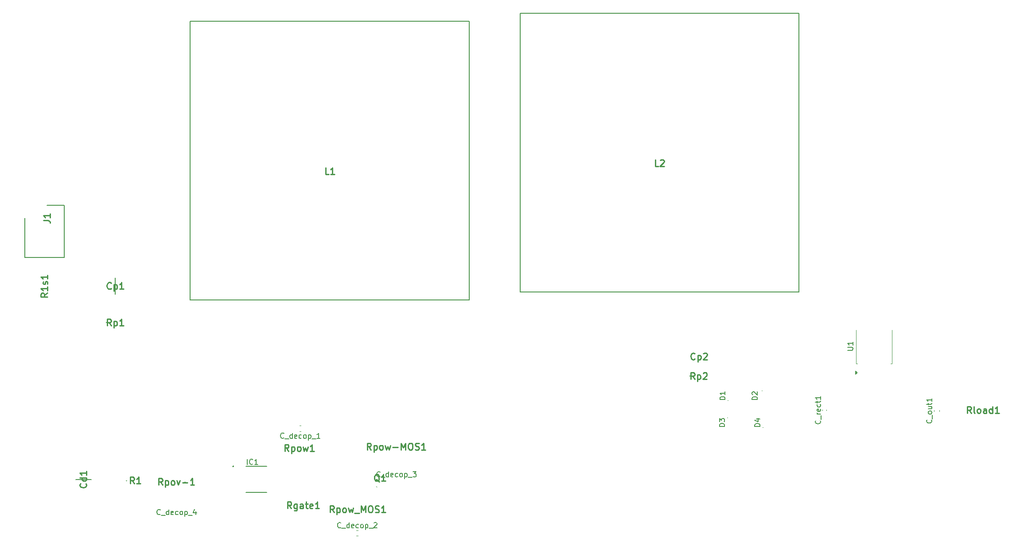
<source format=gbr>
%TF.GenerationSoftware,KiCad,Pcbnew,8.0.7*%
%TF.CreationDate,2025-01-26T19:21:23+01:00*%
%TF.ProjectId,Power device,506f7765-7220-4646-9576-6963652e6b69,rev?*%
%TF.SameCoordinates,Original*%
%TF.FileFunction,Legend,Top*%
%TF.FilePolarity,Positive*%
%FSLAX46Y46*%
G04 Gerber Fmt 4.6, Leading zero omitted, Abs format (unit mm)*
G04 Created by KiCad (PCBNEW 8.0.7) date 2025-01-26 19:21:23*
%MOMM*%
%LPD*%
G01*
G04 APERTURE LIST*
%ADD10C,0.254000*%
%ADD11C,0.150000*%
%ADD12C,0.200000*%
%ADD13C,0.100000*%
%ADD14C,0.120000*%
%ADD15C,0.127000*%
G04 APERTURE END LIST*
D10*
X179213809Y-85824318D02*
X178790475Y-85219556D01*
X178488094Y-85824318D02*
X178488094Y-84554318D01*
X178488094Y-84554318D02*
X178971904Y-84554318D01*
X178971904Y-84554318D02*
X179092856Y-84614794D01*
X179092856Y-84614794D02*
X179153333Y-84675270D01*
X179153333Y-84675270D02*
X179213809Y-84796222D01*
X179213809Y-84796222D02*
X179213809Y-84977651D01*
X179213809Y-84977651D02*
X179153333Y-85098603D01*
X179153333Y-85098603D02*
X179092856Y-85159080D01*
X179092856Y-85159080D02*
X178971904Y-85219556D01*
X178971904Y-85219556D02*
X178488094Y-85219556D01*
X179758094Y-84977651D02*
X179758094Y-86247651D01*
X179758094Y-85038127D02*
X179879047Y-84977651D01*
X179879047Y-84977651D02*
X180120952Y-84977651D01*
X180120952Y-84977651D02*
X180241904Y-85038127D01*
X180241904Y-85038127D02*
X180302380Y-85098603D01*
X180302380Y-85098603D02*
X180362856Y-85219556D01*
X180362856Y-85219556D02*
X180362856Y-85582413D01*
X180362856Y-85582413D02*
X180302380Y-85703365D01*
X180302380Y-85703365D02*
X180241904Y-85763842D01*
X180241904Y-85763842D02*
X180120952Y-85824318D01*
X180120952Y-85824318D02*
X179879047Y-85824318D01*
X179879047Y-85824318D02*
X179758094Y-85763842D01*
X180846666Y-84675270D02*
X180907142Y-84614794D01*
X180907142Y-84614794D02*
X181028095Y-84554318D01*
X181028095Y-84554318D02*
X181330476Y-84554318D01*
X181330476Y-84554318D02*
X181451428Y-84614794D01*
X181451428Y-84614794D02*
X181511904Y-84675270D01*
X181511904Y-84675270D02*
X181572381Y-84796222D01*
X181572381Y-84796222D02*
X181572381Y-84917175D01*
X181572381Y-84917175D02*
X181511904Y-85098603D01*
X181511904Y-85098603D02*
X180786190Y-85824318D01*
X180786190Y-85824318D02*
X181572381Y-85824318D01*
X232057142Y-92324318D02*
X231633808Y-91719556D01*
X231331427Y-92324318D02*
X231331427Y-91054318D01*
X231331427Y-91054318D02*
X231815237Y-91054318D01*
X231815237Y-91054318D02*
X231936189Y-91114794D01*
X231936189Y-91114794D02*
X231996666Y-91175270D01*
X231996666Y-91175270D02*
X232057142Y-91296222D01*
X232057142Y-91296222D02*
X232057142Y-91477651D01*
X232057142Y-91477651D02*
X231996666Y-91598603D01*
X231996666Y-91598603D02*
X231936189Y-91659080D01*
X231936189Y-91659080D02*
X231815237Y-91719556D01*
X231815237Y-91719556D02*
X231331427Y-91719556D01*
X232782856Y-92324318D02*
X232661904Y-92263842D01*
X232661904Y-92263842D02*
X232601427Y-92142889D01*
X232601427Y-92142889D02*
X232601427Y-91054318D01*
X233448094Y-92324318D02*
X233327142Y-92263842D01*
X233327142Y-92263842D02*
X233266665Y-92203365D01*
X233266665Y-92203365D02*
X233206189Y-92082413D01*
X233206189Y-92082413D02*
X233206189Y-91719556D01*
X233206189Y-91719556D02*
X233266665Y-91598603D01*
X233266665Y-91598603D02*
X233327142Y-91538127D01*
X233327142Y-91538127D02*
X233448094Y-91477651D01*
X233448094Y-91477651D02*
X233629523Y-91477651D01*
X233629523Y-91477651D02*
X233750475Y-91538127D01*
X233750475Y-91538127D02*
X233810951Y-91598603D01*
X233810951Y-91598603D02*
X233871427Y-91719556D01*
X233871427Y-91719556D02*
X233871427Y-92082413D01*
X233871427Y-92082413D02*
X233810951Y-92203365D01*
X233810951Y-92203365D02*
X233750475Y-92263842D01*
X233750475Y-92263842D02*
X233629523Y-92324318D01*
X233629523Y-92324318D02*
X233448094Y-92324318D01*
X234959999Y-92324318D02*
X234959999Y-91659080D01*
X234959999Y-91659080D02*
X234899523Y-91538127D01*
X234899523Y-91538127D02*
X234778571Y-91477651D01*
X234778571Y-91477651D02*
X234536666Y-91477651D01*
X234536666Y-91477651D02*
X234415713Y-91538127D01*
X234959999Y-92263842D02*
X234839047Y-92324318D01*
X234839047Y-92324318D02*
X234536666Y-92324318D01*
X234536666Y-92324318D02*
X234415713Y-92263842D01*
X234415713Y-92263842D02*
X234355237Y-92142889D01*
X234355237Y-92142889D02*
X234355237Y-92021937D01*
X234355237Y-92021937D02*
X234415713Y-91900984D01*
X234415713Y-91900984D02*
X234536666Y-91840508D01*
X234536666Y-91840508D02*
X234839047Y-91840508D01*
X234839047Y-91840508D02*
X234959999Y-91780032D01*
X236109047Y-92324318D02*
X236109047Y-91054318D01*
X236109047Y-92263842D02*
X235988095Y-92324318D01*
X235988095Y-92324318D02*
X235746190Y-92324318D01*
X235746190Y-92324318D02*
X235625238Y-92263842D01*
X235625238Y-92263842D02*
X235564761Y-92203365D01*
X235564761Y-92203365D02*
X235504285Y-92082413D01*
X235504285Y-92082413D02*
X235504285Y-91719556D01*
X235504285Y-91719556D02*
X235564761Y-91598603D01*
X235564761Y-91598603D02*
X235625238Y-91538127D01*
X235625238Y-91538127D02*
X235746190Y-91477651D01*
X235746190Y-91477651D02*
X235988095Y-91477651D01*
X235988095Y-91477651D02*
X236109047Y-91538127D01*
X237379048Y-92324318D02*
X236653333Y-92324318D01*
X237016190Y-92324318D02*
X237016190Y-91054318D01*
X237016190Y-91054318D02*
X236895238Y-91235746D01*
X236895238Y-91235746D02*
X236774286Y-91356699D01*
X236774286Y-91356699D02*
X236653333Y-91417175D01*
X62893365Y-105786190D02*
X62953842Y-105846666D01*
X62953842Y-105846666D02*
X63014318Y-106028095D01*
X63014318Y-106028095D02*
X63014318Y-106149047D01*
X63014318Y-106149047D02*
X62953842Y-106330476D01*
X62953842Y-106330476D02*
X62832889Y-106451428D01*
X62832889Y-106451428D02*
X62711937Y-106511905D01*
X62711937Y-106511905D02*
X62470032Y-106572381D01*
X62470032Y-106572381D02*
X62288603Y-106572381D01*
X62288603Y-106572381D02*
X62046699Y-106511905D01*
X62046699Y-106511905D02*
X61925746Y-106451428D01*
X61925746Y-106451428D02*
X61804794Y-106330476D01*
X61804794Y-106330476D02*
X61744318Y-106149047D01*
X61744318Y-106149047D02*
X61744318Y-106028095D01*
X61744318Y-106028095D02*
X61804794Y-105846666D01*
X61804794Y-105846666D02*
X61865270Y-105786190D01*
X63014318Y-104697619D02*
X61744318Y-104697619D01*
X62953842Y-104697619D02*
X63014318Y-104818571D01*
X63014318Y-104818571D02*
X63014318Y-105060476D01*
X63014318Y-105060476D02*
X62953842Y-105181428D01*
X62953842Y-105181428D02*
X62893365Y-105241905D01*
X62893365Y-105241905D02*
X62772413Y-105302381D01*
X62772413Y-105302381D02*
X62409556Y-105302381D01*
X62409556Y-105302381D02*
X62288603Y-105241905D01*
X62288603Y-105241905D02*
X62228127Y-105181428D01*
X62228127Y-105181428D02*
X62167651Y-105060476D01*
X62167651Y-105060476D02*
X62167651Y-104818571D01*
X62167651Y-104818571D02*
X62228127Y-104697619D01*
X63014318Y-103427618D02*
X63014318Y-104153333D01*
X63014318Y-103790476D02*
X61744318Y-103790476D01*
X61744318Y-103790476D02*
X61925746Y-103911428D01*
X61925746Y-103911428D02*
X62046699Y-104032380D01*
X62046699Y-104032380D02*
X62107175Y-104153333D01*
X67713809Y-75574318D02*
X67290475Y-74969556D01*
X66988094Y-75574318D02*
X66988094Y-74304318D01*
X66988094Y-74304318D02*
X67471904Y-74304318D01*
X67471904Y-74304318D02*
X67592856Y-74364794D01*
X67592856Y-74364794D02*
X67653333Y-74425270D01*
X67653333Y-74425270D02*
X67713809Y-74546222D01*
X67713809Y-74546222D02*
X67713809Y-74727651D01*
X67713809Y-74727651D02*
X67653333Y-74848603D01*
X67653333Y-74848603D02*
X67592856Y-74909080D01*
X67592856Y-74909080D02*
X67471904Y-74969556D01*
X67471904Y-74969556D02*
X66988094Y-74969556D01*
X68258094Y-74727651D02*
X68258094Y-75997651D01*
X68258094Y-74788127D02*
X68379047Y-74727651D01*
X68379047Y-74727651D02*
X68620952Y-74727651D01*
X68620952Y-74727651D02*
X68741904Y-74788127D01*
X68741904Y-74788127D02*
X68802380Y-74848603D01*
X68802380Y-74848603D02*
X68862856Y-74969556D01*
X68862856Y-74969556D02*
X68862856Y-75332413D01*
X68862856Y-75332413D02*
X68802380Y-75453365D01*
X68802380Y-75453365D02*
X68741904Y-75513842D01*
X68741904Y-75513842D02*
X68620952Y-75574318D01*
X68620952Y-75574318D02*
X68379047Y-75574318D01*
X68379047Y-75574318D02*
X68258094Y-75513842D01*
X70072381Y-75574318D02*
X69346666Y-75574318D01*
X69709523Y-75574318D02*
X69709523Y-74304318D01*
X69709523Y-74304318D02*
X69588571Y-74485746D01*
X69588571Y-74485746D02*
X69467619Y-74606699D01*
X69467619Y-74606699D02*
X69346666Y-74667175D01*
D11*
X191704819Y-94875594D02*
X190704819Y-94875594D01*
X190704819Y-94875594D02*
X190704819Y-94637499D01*
X190704819Y-94637499D02*
X190752438Y-94494642D01*
X190752438Y-94494642D02*
X190847676Y-94399404D01*
X190847676Y-94399404D02*
X190942914Y-94351785D01*
X190942914Y-94351785D02*
X191133390Y-94304166D01*
X191133390Y-94304166D02*
X191276247Y-94304166D01*
X191276247Y-94304166D02*
X191466723Y-94351785D01*
X191466723Y-94351785D02*
X191561961Y-94399404D01*
X191561961Y-94399404D02*
X191657200Y-94494642D01*
X191657200Y-94494642D02*
X191704819Y-94637499D01*
X191704819Y-94637499D02*
X191704819Y-94875594D01*
X191038152Y-93447023D02*
X191704819Y-93447023D01*
X190657200Y-93685118D02*
X191371485Y-93923213D01*
X191371485Y-93923213D02*
X191371485Y-93304166D01*
D10*
X117367142Y-99324318D02*
X116943808Y-98719556D01*
X116641427Y-99324318D02*
X116641427Y-98054318D01*
X116641427Y-98054318D02*
X117125237Y-98054318D01*
X117125237Y-98054318D02*
X117246189Y-98114794D01*
X117246189Y-98114794D02*
X117306666Y-98175270D01*
X117306666Y-98175270D02*
X117367142Y-98296222D01*
X117367142Y-98296222D02*
X117367142Y-98477651D01*
X117367142Y-98477651D02*
X117306666Y-98598603D01*
X117306666Y-98598603D02*
X117246189Y-98659080D01*
X117246189Y-98659080D02*
X117125237Y-98719556D01*
X117125237Y-98719556D02*
X116641427Y-98719556D01*
X117911427Y-98477651D02*
X117911427Y-99747651D01*
X117911427Y-98538127D02*
X118032380Y-98477651D01*
X118032380Y-98477651D02*
X118274285Y-98477651D01*
X118274285Y-98477651D02*
X118395237Y-98538127D01*
X118395237Y-98538127D02*
X118455713Y-98598603D01*
X118455713Y-98598603D02*
X118516189Y-98719556D01*
X118516189Y-98719556D02*
X118516189Y-99082413D01*
X118516189Y-99082413D02*
X118455713Y-99203365D01*
X118455713Y-99203365D02*
X118395237Y-99263842D01*
X118395237Y-99263842D02*
X118274285Y-99324318D01*
X118274285Y-99324318D02*
X118032380Y-99324318D01*
X118032380Y-99324318D02*
X117911427Y-99263842D01*
X119241904Y-99324318D02*
X119120952Y-99263842D01*
X119120952Y-99263842D02*
X119060475Y-99203365D01*
X119060475Y-99203365D02*
X118999999Y-99082413D01*
X118999999Y-99082413D02*
X118999999Y-98719556D01*
X118999999Y-98719556D02*
X119060475Y-98598603D01*
X119060475Y-98598603D02*
X119120952Y-98538127D01*
X119120952Y-98538127D02*
X119241904Y-98477651D01*
X119241904Y-98477651D02*
X119423333Y-98477651D01*
X119423333Y-98477651D02*
X119544285Y-98538127D01*
X119544285Y-98538127D02*
X119604761Y-98598603D01*
X119604761Y-98598603D02*
X119665237Y-98719556D01*
X119665237Y-98719556D02*
X119665237Y-99082413D01*
X119665237Y-99082413D02*
X119604761Y-99203365D01*
X119604761Y-99203365D02*
X119544285Y-99263842D01*
X119544285Y-99263842D02*
X119423333Y-99324318D01*
X119423333Y-99324318D02*
X119241904Y-99324318D01*
X120088571Y-98477651D02*
X120330476Y-99324318D01*
X120330476Y-99324318D02*
X120572381Y-98719556D01*
X120572381Y-98719556D02*
X120814285Y-99324318D01*
X120814285Y-99324318D02*
X121056190Y-98477651D01*
X121539999Y-98840508D02*
X122507619Y-98840508D01*
X123112380Y-99324318D02*
X123112380Y-98054318D01*
X123112380Y-98054318D02*
X123535714Y-98961461D01*
X123535714Y-98961461D02*
X123959047Y-98054318D01*
X123959047Y-98054318D02*
X123959047Y-99324318D01*
X124805714Y-98054318D02*
X125047619Y-98054318D01*
X125047619Y-98054318D02*
X125168571Y-98114794D01*
X125168571Y-98114794D02*
X125289524Y-98235746D01*
X125289524Y-98235746D02*
X125350000Y-98477651D01*
X125350000Y-98477651D02*
X125350000Y-98900984D01*
X125350000Y-98900984D02*
X125289524Y-99142889D01*
X125289524Y-99142889D02*
X125168571Y-99263842D01*
X125168571Y-99263842D02*
X125047619Y-99324318D01*
X125047619Y-99324318D02*
X124805714Y-99324318D01*
X124805714Y-99324318D02*
X124684762Y-99263842D01*
X124684762Y-99263842D02*
X124563809Y-99142889D01*
X124563809Y-99142889D02*
X124503333Y-98900984D01*
X124503333Y-98900984D02*
X124503333Y-98477651D01*
X124503333Y-98477651D02*
X124563809Y-98235746D01*
X124563809Y-98235746D02*
X124684762Y-98114794D01*
X124684762Y-98114794D02*
X124805714Y-98054318D01*
X125833809Y-99263842D02*
X126015238Y-99324318D01*
X126015238Y-99324318D02*
X126317619Y-99324318D01*
X126317619Y-99324318D02*
X126438571Y-99263842D01*
X126438571Y-99263842D02*
X126499047Y-99203365D01*
X126499047Y-99203365D02*
X126559524Y-99082413D01*
X126559524Y-99082413D02*
X126559524Y-98961461D01*
X126559524Y-98961461D02*
X126499047Y-98840508D01*
X126499047Y-98840508D02*
X126438571Y-98780032D01*
X126438571Y-98780032D02*
X126317619Y-98719556D01*
X126317619Y-98719556D02*
X126075714Y-98659080D01*
X126075714Y-98659080D02*
X125954762Y-98598603D01*
X125954762Y-98598603D02*
X125894285Y-98538127D01*
X125894285Y-98538127D02*
X125833809Y-98417175D01*
X125833809Y-98417175D02*
X125833809Y-98296222D01*
X125833809Y-98296222D02*
X125894285Y-98175270D01*
X125894285Y-98175270D02*
X125954762Y-98114794D01*
X125954762Y-98114794D02*
X126075714Y-98054318D01*
X126075714Y-98054318D02*
X126378095Y-98054318D01*
X126378095Y-98054318D02*
X126559524Y-98114794D01*
X127769048Y-99324318D02*
X127043333Y-99324318D01*
X127406190Y-99324318D02*
X127406190Y-98054318D01*
X127406190Y-98054318D02*
X127285238Y-98235746D01*
X127285238Y-98235746D02*
X127164286Y-98356699D01*
X127164286Y-98356699D02*
X127043333Y-98417175D01*
X172288333Y-45074318D02*
X171683571Y-45074318D01*
X171683571Y-45074318D02*
X171683571Y-43804318D01*
X172651190Y-43925270D02*
X172711666Y-43864794D01*
X172711666Y-43864794D02*
X172832619Y-43804318D01*
X172832619Y-43804318D02*
X173135000Y-43804318D01*
X173135000Y-43804318D02*
X173255952Y-43864794D01*
X173255952Y-43864794D02*
X173316428Y-43925270D01*
X173316428Y-43925270D02*
X173376905Y-44046222D01*
X173376905Y-44046222D02*
X173376905Y-44167175D01*
X173376905Y-44167175D02*
X173316428Y-44348603D01*
X173316428Y-44348603D02*
X172590714Y-45074318D01*
X172590714Y-45074318D02*
X173376905Y-45074318D01*
D11*
X119107142Y-104409580D02*
X119059523Y-104457200D01*
X119059523Y-104457200D02*
X118916666Y-104504819D01*
X118916666Y-104504819D02*
X118821428Y-104504819D01*
X118821428Y-104504819D02*
X118678571Y-104457200D01*
X118678571Y-104457200D02*
X118583333Y-104361961D01*
X118583333Y-104361961D02*
X118535714Y-104266723D01*
X118535714Y-104266723D02*
X118488095Y-104076247D01*
X118488095Y-104076247D02*
X118488095Y-103933390D01*
X118488095Y-103933390D02*
X118535714Y-103742914D01*
X118535714Y-103742914D02*
X118583333Y-103647676D01*
X118583333Y-103647676D02*
X118678571Y-103552438D01*
X118678571Y-103552438D02*
X118821428Y-103504819D01*
X118821428Y-103504819D02*
X118916666Y-103504819D01*
X118916666Y-103504819D02*
X119059523Y-103552438D01*
X119059523Y-103552438D02*
X119107142Y-103600057D01*
X119297619Y-104600057D02*
X120059523Y-104600057D01*
X120726190Y-104504819D02*
X120726190Y-103504819D01*
X120726190Y-104457200D02*
X120630952Y-104504819D01*
X120630952Y-104504819D02*
X120440476Y-104504819D01*
X120440476Y-104504819D02*
X120345238Y-104457200D01*
X120345238Y-104457200D02*
X120297619Y-104409580D01*
X120297619Y-104409580D02*
X120250000Y-104314342D01*
X120250000Y-104314342D02*
X120250000Y-104028628D01*
X120250000Y-104028628D02*
X120297619Y-103933390D01*
X120297619Y-103933390D02*
X120345238Y-103885771D01*
X120345238Y-103885771D02*
X120440476Y-103838152D01*
X120440476Y-103838152D02*
X120630952Y-103838152D01*
X120630952Y-103838152D02*
X120726190Y-103885771D01*
X121583333Y-104457200D02*
X121488095Y-104504819D01*
X121488095Y-104504819D02*
X121297619Y-104504819D01*
X121297619Y-104504819D02*
X121202381Y-104457200D01*
X121202381Y-104457200D02*
X121154762Y-104361961D01*
X121154762Y-104361961D02*
X121154762Y-103981009D01*
X121154762Y-103981009D02*
X121202381Y-103885771D01*
X121202381Y-103885771D02*
X121297619Y-103838152D01*
X121297619Y-103838152D02*
X121488095Y-103838152D01*
X121488095Y-103838152D02*
X121583333Y-103885771D01*
X121583333Y-103885771D02*
X121630952Y-103981009D01*
X121630952Y-103981009D02*
X121630952Y-104076247D01*
X121630952Y-104076247D02*
X121154762Y-104171485D01*
X122488095Y-104457200D02*
X122392857Y-104504819D01*
X122392857Y-104504819D02*
X122202381Y-104504819D01*
X122202381Y-104504819D02*
X122107143Y-104457200D01*
X122107143Y-104457200D02*
X122059524Y-104409580D01*
X122059524Y-104409580D02*
X122011905Y-104314342D01*
X122011905Y-104314342D02*
X122011905Y-104028628D01*
X122011905Y-104028628D02*
X122059524Y-103933390D01*
X122059524Y-103933390D02*
X122107143Y-103885771D01*
X122107143Y-103885771D02*
X122202381Y-103838152D01*
X122202381Y-103838152D02*
X122392857Y-103838152D01*
X122392857Y-103838152D02*
X122488095Y-103885771D01*
X123059524Y-104504819D02*
X122964286Y-104457200D01*
X122964286Y-104457200D02*
X122916667Y-104409580D01*
X122916667Y-104409580D02*
X122869048Y-104314342D01*
X122869048Y-104314342D02*
X122869048Y-104028628D01*
X122869048Y-104028628D02*
X122916667Y-103933390D01*
X122916667Y-103933390D02*
X122964286Y-103885771D01*
X122964286Y-103885771D02*
X123059524Y-103838152D01*
X123059524Y-103838152D02*
X123202381Y-103838152D01*
X123202381Y-103838152D02*
X123297619Y-103885771D01*
X123297619Y-103885771D02*
X123345238Y-103933390D01*
X123345238Y-103933390D02*
X123392857Y-104028628D01*
X123392857Y-104028628D02*
X123392857Y-104314342D01*
X123392857Y-104314342D02*
X123345238Y-104409580D01*
X123345238Y-104409580D02*
X123297619Y-104457200D01*
X123297619Y-104457200D02*
X123202381Y-104504819D01*
X123202381Y-104504819D02*
X123059524Y-104504819D01*
X123821429Y-103838152D02*
X123821429Y-104838152D01*
X123821429Y-103885771D02*
X123916667Y-103838152D01*
X123916667Y-103838152D02*
X124107143Y-103838152D01*
X124107143Y-103838152D02*
X124202381Y-103885771D01*
X124202381Y-103885771D02*
X124250000Y-103933390D01*
X124250000Y-103933390D02*
X124297619Y-104028628D01*
X124297619Y-104028628D02*
X124297619Y-104314342D01*
X124297619Y-104314342D02*
X124250000Y-104409580D01*
X124250000Y-104409580D02*
X124202381Y-104457200D01*
X124202381Y-104457200D02*
X124107143Y-104504819D01*
X124107143Y-104504819D02*
X123916667Y-104504819D01*
X123916667Y-104504819D02*
X123821429Y-104457200D01*
X124488096Y-104600057D02*
X125250000Y-104600057D01*
X125392858Y-103504819D02*
X126011905Y-103504819D01*
X126011905Y-103504819D02*
X125678572Y-103885771D01*
X125678572Y-103885771D02*
X125821429Y-103885771D01*
X125821429Y-103885771D02*
X125916667Y-103933390D01*
X125916667Y-103933390D02*
X125964286Y-103981009D01*
X125964286Y-103981009D02*
X126011905Y-104076247D01*
X126011905Y-104076247D02*
X126011905Y-104314342D01*
X126011905Y-104314342D02*
X125964286Y-104409580D01*
X125964286Y-104409580D02*
X125916667Y-104457200D01*
X125916667Y-104457200D02*
X125821429Y-104504819D01*
X125821429Y-104504819D02*
X125535715Y-104504819D01*
X125535715Y-104504819D02*
X125440477Y-104457200D01*
X125440477Y-104457200D02*
X125392858Y-104409580D01*
X224429580Y-93600595D02*
X224477200Y-93648214D01*
X224477200Y-93648214D02*
X224524819Y-93791071D01*
X224524819Y-93791071D02*
X224524819Y-93886309D01*
X224524819Y-93886309D02*
X224477200Y-94029166D01*
X224477200Y-94029166D02*
X224381961Y-94124404D01*
X224381961Y-94124404D02*
X224286723Y-94172023D01*
X224286723Y-94172023D02*
X224096247Y-94219642D01*
X224096247Y-94219642D02*
X223953390Y-94219642D01*
X223953390Y-94219642D02*
X223762914Y-94172023D01*
X223762914Y-94172023D02*
X223667676Y-94124404D01*
X223667676Y-94124404D02*
X223572438Y-94029166D01*
X223572438Y-94029166D02*
X223524819Y-93886309D01*
X223524819Y-93886309D02*
X223524819Y-93791071D01*
X223524819Y-93791071D02*
X223572438Y-93648214D01*
X223572438Y-93648214D02*
X223620057Y-93600595D01*
X224620057Y-93410119D02*
X224620057Y-92648214D01*
X224524819Y-92267261D02*
X224477200Y-92362499D01*
X224477200Y-92362499D02*
X224429580Y-92410118D01*
X224429580Y-92410118D02*
X224334342Y-92457737D01*
X224334342Y-92457737D02*
X224048628Y-92457737D01*
X224048628Y-92457737D02*
X223953390Y-92410118D01*
X223953390Y-92410118D02*
X223905771Y-92362499D01*
X223905771Y-92362499D02*
X223858152Y-92267261D01*
X223858152Y-92267261D02*
X223858152Y-92124404D01*
X223858152Y-92124404D02*
X223905771Y-92029166D01*
X223905771Y-92029166D02*
X223953390Y-91981547D01*
X223953390Y-91981547D02*
X224048628Y-91933928D01*
X224048628Y-91933928D02*
X224334342Y-91933928D01*
X224334342Y-91933928D02*
X224429580Y-91981547D01*
X224429580Y-91981547D02*
X224477200Y-92029166D01*
X224477200Y-92029166D02*
X224524819Y-92124404D01*
X224524819Y-92124404D02*
X224524819Y-92267261D01*
X223858152Y-91076785D02*
X224524819Y-91076785D01*
X223858152Y-91505356D02*
X224381961Y-91505356D01*
X224381961Y-91505356D02*
X224477200Y-91457737D01*
X224477200Y-91457737D02*
X224524819Y-91362499D01*
X224524819Y-91362499D02*
X224524819Y-91219642D01*
X224524819Y-91219642D02*
X224477200Y-91124404D01*
X224477200Y-91124404D02*
X224429580Y-91076785D01*
X223858152Y-90743451D02*
X223858152Y-90362499D01*
X223524819Y-90600594D02*
X224381961Y-90600594D01*
X224381961Y-90600594D02*
X224477200Y-90552975D01*
X224477200Y-90552975D02*
X224524819Y-90457737D01*
X224524819Y-90457737D02*
X224524819Y-90362499D01*
X224524819Y-89505356D02*
X224524819Y-90076784D01*
X224524819Y-89791070D02*
X223524819Y-89791070D01*
X223524819Y-89791070D02*
X223667676Y-89886308D01*
X223667676Y-89886308D02*
X223762914Y-89981546D01*
X223762914Y-89981546D02*
X223810533Y-90076784D01*
X77107142Y-111659580D02*
X77059523Y-111707200D01*
X77059523Y-111707200D02*
X76916666Y-111754819D01*
X76916666Y-111754819D02*
X76821428Y-111754819D01*
X76821428Y-111754819D02*
X76678571Y-111707200D01*
X76678571Y-111707200D02*
X76583333Y-111611961D01*
X76583333Y-111611961D02*
X76535714Y-111516723D01*
X76535714Y-111516723D02*
X76488095Y-111326247D01*
X76488095Y-111326247D02*
X76488095Y-111183390D01*
X76488095Y-111183390D02*
X76535714Y-110992914D01*
X76535714Y-110992914D02*
X76583333Y-110897676D01*
X76583333Y-110897676D02*
X76678571Y-110802438D01*
X76678571Y-110802438D02*
X76821428Y-110754819D01*
X76821428Y-110754819D02*
X76916666Y-110754819D01*
X76916666Y-110754819D02*
X77059523Y-110802438D01*
X77059523Y-110802438D02*
X77107142Y-110850057D01*
X77297619Y-111850057D02*
X78059523Y-111850057D01*
X78726190Y-111754819D02*
X78726190Y-110754819D01*
X78726190Y-111707200D02*
X78630952Y-111754819D01*
X78630952Y-111754819D02*
X78440476Y-111754819D01*
X78440476Y-111754819D02*
X78345238Y-111707200D01*
X78345238Y-111707200D02*
X78297619Y-111659580D01*
X78297619Y-111659580D02*
X78250000Y-111564342D01*
X78250000Y-111564342D02*
X78250000Y-111278628D01*
X78250000Y-111278628D02*
X78297619Y-111183390D01*
X78297619Y-111183390D02*
X78345238Y-111135771D01*
X78345238Y-111135771D02*
X78440476Y-111088152D01*
X78440476Y-111088152D02*
X78630952Y-111088152D01*
X78630952Y-111088152D02*
X78726190Y-111135771D01*
X79583333Y-111707200D02*
X79488095Y-111754819D01*
X79488095Y-111754819D02*
X79297619Y-111754819D01*
X79297619Y-111754819D02*
X79202381Y-111707200D01*
X79202381Y-111707200D02*
X79154762Y-111611961D01*
X79154762Y-111611961D02*
X79154762Y-111231009D01*
X79154762Y-111231009D02*
X79202381Y-111135771D01*
X79202381Y-111135771D02*
X79297619Y-111088152D01*
X79297619Y-111088152D02*
X79488095Y-111088152D01*
X79488095Y-111088152D02*
X79583333Y-111135771D01*
X79583333Y-111135771D02*
X79630952Y-111231009D01*
X79630952Y-111231009D02*
X79630952Y-111326247D01*
X79630952Y-111326247D02*
X79154762Y-111421485D01*
X80488095Y-111707200D02*
X80392857Y-111754819D01*
X80392857Y-111754819D02*
X80202381Y-111754819D01*
X80202381Y-111754819D02*
X80107143Y-111707200D01*
X80107143Y-111707200D02*
X80059524Y-111659580D01*
X80059524Y-111659580D02*
X80011905Y-111564342D01*
X80011905Y-111564342D02*
X80011905Y-111278628D01*
X80011905Y-111278628D02*
X80059524Y-111183390D01*
X80059524Y-111183390D02*
X80107143Y-111135771D01*
X80107143Y-111135771D02*
X80202381Y-111088152D01*
X80202381Y-111088152D02*
X80392857Y-111088152D01*
X80392857Y-111088152D02*
X80488095Y-111135771D01*
X81059524Y-111754819D02*
X80964286Y-111707200D01*
X80964286Y-111707200D02*
X80916667Y-111659580D01*
X80916667Y-111659580D02*
X80869048Y-111564342D01*
X80869048Y-111564342D02*
X80869048Y-111278628D01*
X80869048Y-111278628D02*
X80916667Y-111183390D01*
X80916667Y-111183390D02*
X80964286Y-111135771D01*
X80964286Y-111135771D02*
X81059524Y-111088152D01*
X81059524Y-111088152D02*
X81202381Y-111088152D01*
X81202381Y-111088152D02*
X81297619Y-111135771D01*
X81297619Y-111135771D02*
X81345238Y-111183390D01*
X81345238Y-111183390D02*
X81392857Y-111278628D01*
X81392857Y-111278628D02*
X81392857Y-111564342D01*
X81392857Y-111564342D02*
X81345238Y-111659580D01*
X81345238Y-111659580D02*
X81297619Y-111707200D01*
X81297619Y-111707200D02*
X81202381Y-111754819D01*
X81202381Y-111754819D02*
X81059524Y-111754819D01*
X81821429Y-111088152D02*
X81821429Y-112088152D01*
X81821429Y-111135771D02*
X81916667Y-111088152D01*
X81916667Y-111088152D02*
X82107143Y-111088152D01*
X82107143Y-111088152D02*
X82202381Y-111135771D01*
X82202381Y-111135771D02*
X82250000Y-111183390D01*
X82250000Y-111183390D02*
X82297619Y-111278628D01*
X82297619Y-111278628D02*
X82297619Y-111564342D01*
X82297619Y-111564342D02*
X82250000Y-111659580D01*
X82250000Y-111659580D02*
X82202381Y-111707200D01*
X82202381Y-111707200D02*
X82107143Y-111754819D01*
X82107143Y-111754819D02*
X81916667Y-111754819D01*
X81916667Y-111754819D02*
X81821429Y-111707200D01*
X82488096Y-111850057D02*
X83250000Y-111850057D01*
X83916667Y-111088152D02*
X83916667Y-111754819D01*
X83678572Y-110707200D02*
X83440477Y-111421485D01*
X83440477Y-111421485D02*
X84059524Y-111421485D01*
D10*
X110319523Y-111324318D02*
X109896189Y-110719556D01*
X109593808Y-111324318D02*
X109593808Y-110054318D01*
X109593808Y-110054318D02*
X110077618Y-110054318D01*
X110077618Y-110054318D02*
X110198570Y-110114794D01*
X110198570Y-110114794D02*
X110259047Y-110175270D01*
X110259047Y-110175270D02*
X110319523Y-110296222D01*
X110319523Y-110296222D02*
X110319523Y-110477651D01*
X110319523Y-110477651D02*
X110259047Y-110598603D01*
X110259047Y-110598603D02*
X110198570Y-110659080D01*
X110198570Y-110659080D02*
X110077618Y-110719556D01*
X110077618Y-110719556D02*
X109593808Y-110719556D01*
X110863808Y-110477651D02*
X110863808Y-111747651D01*
X110863808Y-110538127D02*
X110984761Y-110477651D01*
X110984761Y-110477651D02*
X111226666Y-110477651D01*
X111226666Y-110477651D02*
X111347618Y-110538127D01*
X111347618Y-110538127D02*
X111408094Y-110598603D01*
X111408094Y-110598603D02*
X111468570Y-110719556D01*
X111468570Y-110719556D02*
X111468570Y-111082413D01*
X111468570Y-111082413D02*
X111408094Y-111203365D01*
X111408094Y-111203365D02*
X111347618Y-111263842D01*
X111347618Y-111263842D02*
X111226666Y-111324318D01*
X111226666Y-111324318D02*
X110984761Y-111324318D01*
X110984761Y-111324318D02*
X110863808Y-111263842D01*
X112194285Y-111324318D02*
X112073333Y-111263842D01*
X112073333Y-111263842D02*
X112012856Y-111203365D01*
X112012856Y-111203365D02*
X111952380Y-111082413D01*
X111952380Y-111082413D02*
X111952380Y-110719556D01*
X111952380Y-110719556D02*
X112012856Y-110598603D01*
X112012856Y-110598603D02*
X112073333Y-110538127D01*
X112073333Y-110538127D02*
X112194285Y-110477651D01*
X112194285Y-110477651D02*
X112375714Y-110477651D01*
X112375714Y-110477651D02*
X112496666Y-110538127D01*
X112496666Y-110538127D02*
X112557142Y-110598603D01*
X112557142Y-110598603D02*
X112617618Y-110719556D01*
X112617618Y-110719556D02*
X112617618Y-111082413D01*
X112617618Y-111082413D02*
X112557142Y-111203365D01*
X112557142Y-111203365D02*
X112496666Y-111263842D01*
X112496666Y-111263842D02*
X112375714Y-111324318D01*
X112375714Y-111324318D02*
X112194285Y-111324318D01*
X113040952Y-110477651D02*
X113282857Y-111324318D01*
X113282857Y-111324318D02*
X113524762Y-110719556D01*
X113524762Y-110719556D02*
X113766666Y-111324318D01*
X113766666Y-111324318D02*
X114008571Y-110477651D01*
X114190000Y-111445270D02*
X115157619Y-111445270D01*
X115459999Y-111324318D02*
X115459999Y-110054318D01*
X115459999Y-110054318D02*
X115883333Y-110961461D01*
X115883333Y-110961461D02*
X116306666Y-110054318D01*
X116306666Y-110054318D02*
X116306666Y-111324318D01*
X117153333Y-110054318D02*
X117395238Y-110054318D01*
X117395238Y-110054318D02*
X117516190Y-110114794D01*
X117516190Y-110114794D02*
X117637143Y-110235746D01*
X117637143Y-110235746D02*
X117697619Y-110477651D01*
X117697619Y-110477651D02*
X117697619Y-110900984D01*
X117697619Y-110900984D02*
X117637143Y-111142889D01*
X117637143Y-111142889D02*
X117516190Y-111263842D01*
X117516190Y-111263842D02*
X117395238Y-111324318D01*
X117395238Y-111324318D02*
X117153333Y-111324318D01*
X117153333Y-111324318D02*
X117032381Y-111263842D01*
X117032381Y-111263842D02*
X116911428Y-111142889D01*
X116911428Y-111142889D02*
X116850952Y-110900984D01*
X116850952Y-110900984D02*
X116850952Y-110477651D01*
X116850952Y-110477651D02*
X116911428Y-110235746D01*
X116911428Y-110235746D02*
X117032381Y-110114794D01*
X117032381Y-110114794D02*
X117153333Y-110054318D01*
X118181428Y-111263842D02*
X118362857Y-111324318D01*
X118362857Y-111324318D02*
X118665238Y-111324318D01*
X118665238Y-111324318D02*
X118786190Y-111263842D01*
X118786190Y-111263842D02*
X118846666Y-111203365D01*
X118846666Y-111203365D02*
X118907143Y-111082413D01*
X118907143Y-111082413D02*
X118907143Y-110961461D01*
X118907143Y-110961461D02*
X118846666Y-110840508D01*
X118846666Y-110840508D02*
X118786190Y-110780032D01*
X118786190Y-110780032D02*
X118665238Y-110719556D01*
X118665238Y-110719556D02*
X118423333Y-110659080D01*
X118423333Y-110659080D02*
X118302381Y-110598603D01*
X118302381Y-110598603D02*
X118241904Y-110538127D01*
X118241904Y-110538127D02*
X118181428Y-110417175D01*
X118181428Y-110417175D02*
X118181428Y-110296222D01*
X118181428Y-110296222D02*
X118241904Y-110175270D01*
X118241904Y-110175270D02*
X118302381Y-110114794D01*
X118302381Y-110114794D02*
X118423333Y-110054318D01*
X118423333Y-110054318D02*
X118725714Y-110054318D01*
X118725714Y-110054318D02*
X118907143Y-110114794D01*
X120116667Y-111324318D02*
X119390952Y-111324318D01*
X119753809Y-111324318D02*
X119753809Y-110054318D01*
X119753809Y-110054318D02*
X119632857Y-110235746D01*
X119632857Y-110235746D02*
X119511905Y-110356699D01*
X119511905Y-110356699D02*
X119390952Y-110417175D01*
X102157143Y-110574318D02*
X101733809Y-109969556D01*
X101431428Y-110574318D02*
X101431428Y-109304318D01*
X101431428Y-109304318D02*
X101915238Y-109304318D01*
X101915238Y-109304318D02*
X102036190Y-109364794D01*
X102036190Y-109364794D02*
X102096667Y-109425270D01*
X102096667Y-109425270D02*
X102157143Y-109546222D01*
X102157143Y-109546222D02*
X102157143Y-109727651D01*
X102157143Y-109727651D02*
X102096667Y-109848603D01*
X102096667Y-109848603D02*
X102036190Y-109909080D01*
X102036190Y-109909080D02*
X101915238Y-109969556D01*
X101915238Y-109969556D02*
X101431428Y-109969556D01*
X103245714Y-109727651D02*
X103245714Y-110755746D01*
X103245714Y-110755746D02*
X103185238Y-110876699D01*
X103185238Y-110876699D02*
X103124762Y-110937175D01*
X103124762Y-110937175D02*
X103003809Y-110997651D01*
X103003809Y-110997651D02*
X102822381Y-110997651D01*
X102822381Y-110997651D02*
X102701428Y-110937175D01*
X103245714Y-110513842D02*
X103124762Y-110574318D01*
X103124762Y-110574318D02*
X102882857Y-110574318D01*
X102882857Y-110574318D02*
X102761905Y-110513842D01*
X102761905Y-110513842D02*
X102701428Y-110453365D01*
X102701428Y-110453365D02*
X102640952Y-110332413D01*
X102640952Y-110332413D02*
X102640952Y-109969556D01*
X102640952Y-109969556D02*
X102701428Y-109848603D01*
X102701428Y-109848603D02*
X102761905Y-109788127D01*
X102761905Y-109788127D02*
X102882857Y-109727651D01*
X102882857Y-109727651D02*
X103124762Y-109727651D01*
X103124762Y-109727651D02*
X103245714Y-109788127D01*
X104394762Y-110574318D02*
X104394762Y-109909080D01*
X104394762Y-109909080D02*
X104334286Y-109788127D01*
X104334286Y-109788127D02*
X104213334Y-109727651D01*
X104213334Y-109727651D02*
X103971429Y-109727651D01*
X103971429Y-109727651D02*
X103850476Y-109788127D01*
X104394762Y-110513842D02*
X104273810Y-110574318D01*
X104273810Y-110574318D02*
X103971429Y-110574318D01*
X103971429Y-110574318D02*
X103850476Y-110513842D01*
X103850476Y-110513842D02*
X103790000Y-110392889D01*
X103790000Y-110392889D02*
X103790000Y-110271937D01*
X103790000Y-110271937D02*
X103850476Y-110150984D01*
X103850476Y-110150984D02*
X103971429Y-110090508D01*
X103971429Y-110090508D02*
X104273810Y-110090508D01*
X104273810Y-110090508D02*
X104394762Y-110030032D01*
X104818096Y-109727651D02*
X105301905Y-109727651D01*
X104999524Y-109304318D02*
X104999524Y-110392889D01*
X104999524Y-110392889D02*
X105060001Y-110513842D01*
X105060001Y-110513842D02*
X105180953Y-110574318D01*
X105180953Y-110574318D02*
X105301905Y-110574318D01*
X106209048Y-110513842D02*
X106088096Y-110574318D01*
X106088096Y-110574318D02*
X105846191Y-110574318D01*
X105846191Y-110574318D02*
X105725238Y-110513842D01*
X105725238Y-110513842D02*
X105664762Y-110392889D01*
X105664762Y-110392889D02*
X105664762Y-109909080D01*
X105664762Y-109909080D02*
X105725238Y-109788127D01*
X105725238Y-109788127D02*
X105846191Y-109727651D01*
X105846191Y-109727651D02*
X106088096Y-109727651D01*
X106088096Y-109727651D02*
X106209048Y-109788127D01*
X106209048Y-109788127D02*
X106269524Y-109909080D01*
X106269524Y-109909080D02*
X106269524Y-110030032D01*
X106269524Y-110030032D02*
X105664762Y-110150984D01*
X107479048Y-110574318D02*
X106753333Y-110574318D01*
X107116190Y-110574318D02*
X107116190Y-109304318D01*
X107116190Y-109304318D02*
X106995238Y-109485746D01*
X106995238Y-109485746D02*
X106874286Y-109606699D01*
X106874286Y-109606699D02*
X106753333Y-109667175D01*
D11*
X208454819Y-80271904D02*
X209264342Y-80271904D01*
X209264342Y-80271904D02*
X209359580Y-80224285D01*
X209359580Y-80224285D02*
X209407200Y-80176666D01*
X209407200Y-80176666D02*
X209454819Y-80081428D01*
X209454819Y-80081428D02*
X209454819Y-79890952D01*
X209454819Y-79890952D02*
X209407200Y-79795714D01*
X209407200Y-79795714D02*
X209359580Y-79748095D01*
X209359580Y-79748095D02*
X209264342Y-79700476D01*
X209264342Y-79700476D02*
X208454819Y-79700476D01*
X209454819Y-78700476D02*
X209454819Y-79271904D01*
X209454819Y-78986190D02*
X208454819Y-78986190D01*
X208454819Y-78986190D02*
X208597676Y-79081428D01*
X208597676Y-79081428D02*
X208692914Y-79176666D01*
X208692914Y-79176666D02*
X208740533Y-79271904D01*
D10*
X54754318Y-55423332D02*
X55661461Y-55423332D01*
X55661461Y-55423332D02*
X55842889Y-55483809D01*
X55842889Y-55483809D02*
X55963842Y-55604761D01*
X55963842Y-55604761D02*
X56024318Y-55786190D01*
X56024318Y-55786190D02*
X56024318Y-55907142D01*
X56024318Y-54153332D02*
X56024318Y-54879047D01*
X56024318Y-54516190D02*
X54754318Y-54516190D01*
X54754318Y-54516190D02*
X54935746Y-54637142D01*
X54935746Y-54637142D02*
X55056699Y-54758094D01*
X55056699Y-54758094D02*
X55117175Y-54879047D01*
X109288333Y-46574318D02*
X108683571Y-46574318D01*
X108683571Y-46574318D02*
X108683571Y-45304318D01*
X110376905Y-46574318D02*
X109651190Y-46574318D01*
X110014047Y-46574318D02*
X110014047Y-45304318D01*
X110014047Y-45304318D02*
X109893095Y-45485746D01*
X109893095Y-45485746D02*
X109772143Y-45606699D01*
X109772143Y-45606699D02*
X109651190Y-45667175D01*
X101649047Y-99574318D02*
X101225713Y-98969556D01*
X100923332Y-99574318D02*
X100923332Y-98304318D01*
X100923332Y-98304318D02*
X101407142Y-98304318D01*
X101407142Y-98304318D02*
X101528094Y-98364794D01*
X101528094Y-98364794D02*
X101588571Y-98425270D01*
X101588571Y-98425270D02*
X101649047Y-98546222D01*
X101649047Y-98546222D02*
X101649047Y-98727651D01*
X101649047Y-98727651D02*
X101588571Y-98848603D01*
X101588571Y-98848603D02*
X101528094Y-98909080D01*
X101528094Y-98909080D02*
X101407142Y-98969556D01*
X101407142Y-98969556D02*
X100923332Y-98969556D01*
X102193332Y-98727651D02*
X102193332Y-99997651D01*
X102193332Y-98788127D02*
X102314285Y-98727651D01*
X102314285Y-98727651D02*
X102556190Y-98727651D01*
X102556190Y-98727651D02*
X102677142Y-98788127D01*
X102677142Y-98788127D02*
X102737618Y-98848603D01*
X102737618Y-98848603D02*
X102798094Y-98969556D01*
X102798094Y-98969556D02*
X102798094Y-99332413D01*
X102798094Y-99332413D02*
X102737618Y-99453365D01*
X102737618Y-99453365D02*
X102677142Y-99513842D01*
X102677142Y-99513842D02*
X102556190Y-99574318D01*
X102556190Y-99574318D02*
X102314285Y-99574318D01*
X102314285Y-99574318D02*
X102193332Y-99513842D01*
X103523809Y-99574318D02*
X103402857Y-99513842D01*
X103402857Y-99513842D02*
X103342380Y-99453365D01*
X103342380Y-99453365D02*
X103281904Y-99332413D01*
X103281904Y-99332413D02*
X103281904Y-98969556D01*
X103281904Y-98969556D02*
X103342380Y-98848603D01*
X103342380Y-98848603D02*
X103402857Y-98788127D01*
X103402857Y-98788127D02*
X103523809Y-98727651D01*
X103523809Y-98727651D02*
X103705238Y-98727651D01*
X103705238Y-98727651D02*
X103826190Y-98788127D01*
X103826190Y-98788127D02*
X103886666Y-98848603D01*
X103886666Y-98848603D02*
X103947142Y-98969556D01*
X103947142Y-98969556D02*
X103947142Y-99332413D01*
X103947142Y-99332413D02*
X103886666Y-99453365D01*
X103886666Y-99453365D02*
X103826190Y-99513842D01*
X103826190Y-99513842D02*
X103705238Y-99574318D01*
X103705238Y-99574318D02*
X103523809Y-99574318D01*
X104370476Y-98727651D02*
X104612381Y-99574318D01*
X104612381Y-99574318D02*
X104854286Y-98969556D01*
X104854286Y-98969556D02*
X105096190Y-99574318D01*
X105096190Y-99574318D02*
X105338095Y-98727651D01*
X106487143Y-99574318D02*
X105761428Y-99574318D01*
X106124285Y-99574318D02*
X106124285Y-98304318D01*
X106124285Y-98304318D02*
X106003333Y-98485746D01*
X106003333Y-98485746D02*
X105882381Y-98606699D01*
X105882381Y-98606699D02*
X105761428Y-98667175D01*
D11*
X203199580Y-93730000D02*
X203247200Y-93777619D01*
X203247200Y-93777619D02*
X203294819Y-93920476D01*
X203294819Y-93920476D02*
X203294819Y-94015714D01*
X203294819Y-94015714D02*
X203247200Y-94158571D01*
X203247200Y-94158571D02*
X203151961Y-94253809D01*
X203151961Y-94253809D02*
X203056723Y-94301428D01*
X203056723Y-94301428D02*
X202866247Y-94349047D01*
X202866247Y-94349047D02*
X202723390Y-94349047D01*
X202723390Y-94349047D02*
X202532914Y-94301428D01*
X202532914Y-94301428D02*
X202437676Y-94253809D01*
X202437676Y-94253809D02*
X202342438Y-94158571D01*
X202342438Y-94158571D02*
X202294819Y-94015714D01*
X202294819Y-94015714D02*
X202294819Y-93920476D01*
X202294819Y-93920476D02*
X202342438Y-93777619D01*
X202342438Y-93777619D02*
X202390057Y-93730000D01*
X203390057Y-93539524D02*
X203390057Y-92777619D01*
X203294819Y-92539523D02*
X202628152Y-92539523D01*
X202818628Y-92539523D02*
X202723390Y-92491904D01*
X202723390Y-92491904D02*
X202675771Y-92444285D01*
X202675771Y-92444285D02*
X202628152Y-92349047D01*
X202628152Y-92349047D02*
X202628152Y-92253809D01*
X203247200Y-91539523D02*
X203294819Y-91634761D01*
X203294819Y-91634761D02*
X203294819Y-91825237D01*
X203294819Y-91825237D02*
X203247200Y-91920475D01*
X203247200Y-91920475D02*
X203151961Y-91968094D01*
X203151961Y-91968094D02*
X202771009Y-91968094D01*
X202771009Y-91968094D02*
X202675771Y-91920475D01*
X202675771Y-91920475D02*
X202628152Y-91825237D01*
X202628152Y-91825237D02*
X202628152Y-91634761D01*
X202628152Y-91634761D02*
X202675771Y-91539523D01*
X202675771Y-91539523D02*
X202771009Y-91491904D01*
X202771009Y-91491904D02*
X202866247Y-91491904D01*
X202866247Y-91491904D02*
X202961485Y-91968094D01*
X203247200Y-90634761D02*
X203294819Y-90729999D01*
X203294819Y-90729999D02*
X203294819Y-90920475D01*
X203294819Y-90920475D02*
X203247200Y-91015713D01*
X203247200Y-91015713D02*
X203199580Y-91063332D01*
X203199580Y-91063332D02*
X203104342Y-91110951D01*
X203104342Y-91110951D02*
X202818628Y-91110951D01*
X202818628Y-91110951D02*
X202723390Y-91063332D01*
X202723390Y-91063332D02*
X202675771Y-91015713D01*
X202675771Y-91015713D02*
X202628152Y-90920475D01*
X202628152Y-90920475D02*
X202628152Y-90729999D01*
X202628152Y-90729999D02*
X202675771Y-90634761D01*
X202628152Y-90349046D02*
X202628152Y-89968094D01*
X202294819Y-90206189D02*
X203151961Y-90206189D01*
X203151961Y-90206189D02*
X203247200Y-90158570D01*
X203247200Y-90158570D02*
X203294819Y-90063332D01*
X203294819Y-90063332D02*
X203294819Y-89968094D01*
X203294819Y-89110951D02*
X203294819Y-89682379D01*
X203294819Y-89396665D02*
X202294819Y-89396665D01*
X202294819Y-89396665D02*
X202437676Y-89491903D01*
X202437676Y-89491903D02*
X202532914Y-89587141D01*
X202532914Y-89587141D02*
X202580533Y-89682379D01*
X93728810Y-102122819D02*
X93728810Y-101122819D01*
X94776428Y-102027580D02*
X94728809Y-102075200D01*
X94728809Y-102075200D02*
X94585952Y-102122819D01*
X94585952Y-102122819D02*
X94490714Y-102122819D01*
X94490714Y-102122819D02*
X94347857Y-102075200D01*
X94347857Y-102075200D02*
X94252619Y-101979961D01*
X94252619Y-101979961D02*
X94205000Y-101884723D01*
X94205000Y-101884723D02*
X94157381Y-101694247D01*
X94157381Y-101694247D02*
X94157381Y-101551390D01*
X94157381Y-101551390D02*
X94205000Y-101360914D01*
X94205000Y-101360914D02*
X94252619Y-101265676D01*
X94252619Y-101265676D02*
X94347857Y-101170438D01*
X94347857Y-101170438D02*
X94490714Y-101122819D01*
X94490714Y-101122819D02*
X94585952Y-101122819D01*
X94585952Y-101122819D02*
X94728809Y-101170438D01*
X94728809Y-101170438D02*
X94776428Y-101218057D01*
X95728809Y-102122819D02*
X95157381Y-102122819D01*
X95443095Y-102122819D02*
X95443095Y-101122819D01*
X95443095Y-101122819D02*
X95347857Y-101265676D01*
X95347857Y-101265676D02*
X95252619Y-101360914D01*
X95252619Y-101360914D02*
X95157381Y-101408533D01*
X111607142Y-114179580D02*
X111559523Y-114227200D01*
X111559523Y-114227200D02*
X111416666Y-114274819D01*
X111416666Y-114274819D02*
X111321428Y-114274819D01*
X111321428Y-114274819D02*
X111178571Y-114227200D01*
X111178571Y-114227200D02*
X111083333Y-114131961D01*
X111083333Y-114131961D02*
X111035714Y-114036723D01*
X111035714Y-114036723D02*
X110988095Y-113846247D01*
X110988095Y-113846247D02*
X110988095Y-113703390D01*
X110988095Y-113703390D02*
X111035714Y-113512914D01*
X111035714Y-113512914D02*
X111083333Y-113417676D01*
X111083333Y-113417676D02*
X111178571Y-113322438D01*
X111178571Y-113322438D02*
X111321428Y-113274819D01*
X111321428Y-113274819D02*
X111416666Y-113274819D01*
X111416666Y-113274819D02*
X111559523Y-113322438D01*
X111559523Y-113322438D02*
X111607142Y-113370057D01*
X111797619Y-114370057D02*
X112559523Y-114370057D01*
X113226190Y-114274819D02*
X113226190Y-113274819D01*
X113226190Y-114227200D02*
X113130952Y-114274819D01*
X113130952Y-114274819D02*
X112940476Y-114274819D01*
X112940476Y-114274819D02*
X112845238Y-114227200D01*
X112845238Y-114227200D02*
X112797619Y-114179580D01*
X112797619Y-114179580D02*
X112750000Y-114084342D01*
X112750000Y-114084342D02*
X112750000Y-113798628D01*
X112750000Y-113798628D02*
X112797619Y-113703390D01*
X112797619Y-113703390D02*
X112845238Y-113655771D01*
X112845238Y-113655771D02*
X112940476Y-113608152D01*
X112940476Y-113608152D02*
X113130952Y-113608152D01*
X113130952Y-113608152D02*
X113226190Y-113655771D01*
X114083333Y-114227200D02*
X113988095Y-114274819D01*
X113988095Y-114274819D02*
X113797619Y-114274819D01*
X113797619Y-114274819D02*
X113702381Y-114227200D01*
X113702381Y-114227200D02*
X113654762Y-114131961D01*
X113654762Y-114131961D02*
X113654762Y-113751009D01*
X113654762Y-113751009D02*
X113702381Y-113655771D01*
X113702381Y-113655771D02*
X113797619Y-113608152D01*
X113797619Y-113608152D02*
X113988095Y-113608152D01*
X113988095Y-113608152D02*
X114083333Y-113655771D01*
X114083333Y-113655771D02*
X114130952Y-113751009D01*
X114130952Y-113751009D02*
X114130952Y-113846247D01*
X114130952Y-113846247D02*
X113654762Y-113941485D01*
X114988095Y-114227200D02*
X114892857Y-114274819D01*
X114892857Y-114274819D02*
X114702381Y-114274819D01*
X114702381Y-114274819D02*
X114607143Y-114227200D01*
X114607143Y-114227200D02*
X114559524Y-114179580D01*
X114559524Y-114179580D02*
X114511905Y-114084342D01*
X114511905Y-114084342D02*
X114511905Y-113798628D01*
X114511905Y-113798628D02*
X114559524Y-113703390D01*
X114559524Y-113703390D02*
X114607143Y-113655771D01*
X114607143Y-113655771D02*
X114702381Y-113608152D01*
X114702381Y-113608152D02*
X114892857Y-113608152D01*
X114892857Y-113608152D02*
X114988095Y-113655771D01*
X115559524Y-114274819D02*
X115464286Y-114227200D01*
X115464286Y-114227200D02*
X115416667Y-114179580D01*
X115416667Y-114179580D02*
X115369048Y-114084342D01*
X115369048Y-114084342D02*
X115369048Y-113798628D01*
X115369048Y-113798628D02*
X115416667Y-113703390D01*
X115416667Y-113703390D02*
X115464286Y-113655771D01*
X115464286Y-113655771D02*
X115559524Y-113608152D01*
X115559524Y-113608152D02*
X115702381Y-113608152D01*
X115702381Y-113608152D02*
X115797619Y-113655771D01*
X115797619Y-113655771D02*
X115845238Y-113703390D01*
X115845238Y-113703390D02*
X115892857Y-113798628D01*
X115892857Y-113798628D02*
X115892857Y-114084342D01*
X115892857Y-114084342D02*
X115845238Y-114179580D01*
X115845238Y-114179580D02*
X115797619Y-114227200D01*
X115797619Y-114227200D02*
X115702381Y-114274819D01*
X115702381Y-114274819D02*
X115559524Y-114274819D01*
X116321429Y-113608152D02*
X116321429Y-114608152D01*
X116321429Y-113655771D02*
X116416667Y-113608152D01*
X116416667Y-113608152D02*
X116607143Y-113608152D01*
X116607143Y-113608152D02*
X116702381Y-113655771D01*
X116702381Y-113655771D02*
X116750000Y-113703390D01*
X116750000Y-113703390D02*
X116797619Y-113798628D01*
X116797619Y-113798628D02*
X116797619Y-114084342D01*
X116797619Y-114084342D02*
X116750000Y-114179580D01*
X116750000Y-114179580D02*
X116702381Y-114227200D01*
X116702381Y-114227200D02*
X116607143Y-114274819D01*
X116607143Y-114274819D02*
X116416667Y-114274819D01*
X116416667Y-114274819D02*
X116321429Y-114227200D01*
X116988096Y-114370057D02*
X117750000Y-114370057D01*
X117940477Y-113370057D02*
X117988096Y-113322438D01*
X117988096Y-113322438D02*
X118083334Y-113274819D01*
X118083334Y-113274819D02*
X118321429Y-113274819D01*
X118321429Y-113274819D02*
X118416667Y-113322438D01*
X118416667Y-113322438D02*
X118464286Y-113370057D01*
X118464286Y-113370057D02*
X118511905Y-113465295D01*
X118511905Y-113465295D02*
X118511905Y-113560533D01*
X118511905Y-113560533D02*
X118464286Y-113703390D01*
X118464286Y-113703390D02*
X117892858Y-114274819D01*
X117892858Y-114274819D02*
X118511905Y-114274819D01*
X185042319Y-89738094D02*
X184042319Y-89738094D01*
X184042319Y-89738094D02*
X184042319Y-89499999D01*
X184042319Y-89499999D02*
X184089938Y-89357142D01*
X184089938Y-89357142D02*
X184185176Y-89261904D01*
X184185176Y-89261904D02*
X184280414Y-89214285D01*
X184280414Y-89214285D02*
X184470890Y-89166666D01*
X184470890Y-89166666D02*
X184613747Y-89166666D01*
X184613747Y-89166666D02*
X184804223Y-89214285D01*
X184804223Y-89214285D02*
X184899461Y-89261904D01*
X184899461Y-89261904D02*
X184994700Y-89357142D01*
X184994700Y-89357142D02*
X185042319Y-89499999D01*
X185042319Y-89499999D02*
X185042319Y-89738094D01*
X185042319Y-88214285D02*
X185042319Y-88785713D01*
X185042319Y-88499999D02*
X184042319Y-88499999D01*
X184042319Y-88499999D02*
X184185176Y-88595237D01*
X184185176Y-88595237D02*
X184280414Y-88690475D01*
X184280414Y-88690475D02*
X184328033Y-88785713D01*
D10*
X179263809Y-81953365D02*
X179203333Y-82013842D01*
X179203333Y-82013842D02*
X179021904Y-82074318D01*
X179021904Y-82074318D02*
X178900952Y-82074318D01*
X178900952Y-82074318D02*
X178719523Y-82013842D01*
X178719523Y-82013842D02*
X178598571Y-81892889D01*
X178598571Y-81892889D02*
X178538094Y-81771937D01*
X178538094Y-81771937D02*
X178477618Y-81530032D01*
X178477618Y-81530032D02*
X178477618Y-81348603D01*
X178477618Y-81348603D02*
X178538094Y-81106699D01*
X178538094Y-81106699D02*
X178598571Y-80985746D01*
X178598571Y-80985746D02*
X178719523Y-80864794D01*
X178719523Y-80864794D02*
X178900952Y-80804318D01*
X178900952Y-80804318D02*
X179021904Y-80804318D01*
X179021904Y-80804318D02*
X179203333Y-80864794D01*
X179203333Y-80864794D02*
X179263809Y-80925270D01*
X179808094Y-81227651D02*
X179808094Y-82497651D01*
X179808094Y-81288127D02*
X179929047Y-81227651D01*
X179929047Y-81227651D02*
X180170952Y-81227651D01*
X180170952Y-81227651D02*
X180291904Y-81288127D01*
X180291904Y-81288127D02*
X180352380Y-81348603D01*
X180352380Y-81348603D02*
X180412856Y-81469556D01*
X180412856Y-81469556D02*
X180412856Y-81832413D01*
X180412856Y-81832413D02*
X180352380Y-81953365D01*
X180352380Y-81953365D02*
X180291904Y-82013842D01*
X180291904Y-82013842D02*
X180170952Y-82074318D01*
X180170952Y-82074318D02*
X179929047Y-82074318D01*
X179929047Y-82074318D02*
X179808094Y-82013842D01*
X180896666Y-80925270D02*
X180957142Y-80864794D01*
X180957142Y-80864794D02*
X181078095Y-80804318D01*
X181078095Y-80804318D02*
X181380476Y-80804318D01*
X181380476Y-80804318D02*
X181501428Y-80864794D01*
X181501428Y-80864794D02*
X181561904Y-80925270D01*
X181561904Y-80925270D02*
X181622381Y-81046222D01*
X181622381Y-81046222D02*
X181622381Y-81167175D01*
X181622381Y-81167175D02*
X181561904Y-81348603D01*
X181561904Y-81348603D02*
X180836190Y-82074318D01*
X180836190Y-82074318D02*
X181622381Y-82074318D01*
D11*
X184954819Y-94875594D02*
X183954819Y-94875594D01*
X183954819Y-94875594D02*
X183954819Y-94637499D01*
X183954819Y-94637499D02*
X184002438Y-94494642D01*
X184002438Y-94494642D02*
X184097676Y-94399404D01*
X184097676Y-94399404D02*
X184192914Y-94351785D01*
X184192914Y-94351785D02*
X184383390Y-94304166D01*
X184383390Y-94304166D02*
X184526247Y-94304166D01*
X184526247Y-94304166D02*
X184716723Y-94351785D01*
X184716723Y-94351785D02*
X184811961Y-94399404D01*
X184811961Y-94399404D02*
X184907200Y-94494642D01*
X184907200Y-94494642D02*
X184954819Y-94637499D01*
X184954819Y-94637499D02*
X184954819Y-94875594D01*
X183954819Y-93970832D02*
X183954819Y-93351785D01*
X183954819Y-93351785D02*
X184335771Y-93685118D01*
X184335771Y-93685118D02*
X184335771Y-93542261D01*
X184335771Y-93542261D02*
X184383390Y-93447023D01*
X184383390Y-93447023D02*
X184431009Y-93399404D01*
X184431009Y-93399404D02*
X184526247Y-93351785D01*
X184526247Y-93351785D02*
X184764342Y-93351785D01*
X184764342Y-93351785D02*
X184859580Y-93399404D01*
X184859580Y-93399404D02*
X184907200Y-93447023D01*
X184907200Y-93447023D02*
X184954819Y-93542261D01*
X184954819Y-93542261D02*
X184954819Y-93827975D01*
X184954819Y-93827975D02*
X184907200Y-93923213D01*
X184907200Y-93923213D02*
X184859580Y-93970832D01*
X100719642Y-97039580D02*
X100672023Y-97087200D01*
X100672023Y-97087200D02*
X100529166Y-97134819D01*
X100529166Y-97134819D02*
X100433928Y-97134819D01*
X100433928Y-97134819D02*
X100291071Y-97087200D01*
X100291071Y-97087200D02*
X100195833Y-96991961D01*
X100195833Y-96991961D02*
X100148214Y-96896723D01*
X100148214Y-96896723D02*
X100100595Y-96706247D01*
X100100595Y-96706247D02*
X100100595Y-96563390D01*
X100100595Y-96563390D02*
X100148214Y-96372914D01*
X100148214Y-96372914D02*
X100195833Y-96277676D01*
X100195833Y-96277676D02*
X100291071Y-96182438D01*
X100291071Y-96182438D02*
X100433928Y-96134819D01*
X100433928Y-96134819D02*
X100529166Y-96134819D01*
X100529166Y-96134819D02*
X100672023Y-96182438D01*
X100672023Y-96182438D02*
X100719642Y-96230057D01*
X100910119Y-97230057D02*
X101672023Y-97230057D01*
X102338690Y-97134819D02*
X102338690Y-96134819D01*
X102338690Y-97087200D02*
X102243452Y-97134819D01*
X102243452Y-97134819D02*
X102052976Y-97134819D01*
X102052976Y-97134819D02*
X101957738Y-97087200D01*
X101957738Y-97087200D02*
X101910119Y-97039580D01*
X101910119Y-97039580D02*
X101862500Y-96944342D01*
X101862500Y-96944342D02*
X101862500Y-96658628D01*
X101862500Y-96658628D02*
X101910119Y-96563390D01*
X101910119Y-96563390D02*
X101957738Y-96515771D01*
X101957738Y-96515771D02*
X102052976Y-96468152D01*
X102052976Y-96468152D02*
X102243452Y-96468152D01*
X102243452Y-96468152D02*
X102338690Y-96515771D01*
X103195833Y-97087200D02*
X103100595Y-97134819D01*
X103100595Y-97134819D02*
X102910119Y-97134819D01*
X102910119Y-97134819D02*
X102814881Y-97087200D01*
X102814881Y-97087200D02*
X102767262Y-96991961D01*
X102767262Y-96991961D02*
X102767262Y-96611009D01*
X102767262Y-96611009D02*
X102814881Y-96515771D01*
X102814881Y-96515771D02*
X102910119Y-96468152D01*
X102910119Y-96468152D02*
X103100595Y-96468152D01*
X103100595Y-96468152D02*
X103195833Y-96515771D01*
X103195833Y-96515771D02*
X103243452Y-96611009D01*
X103243452Y-96611009D02*
X103243452Y-96706247D01*
X103243452Y-96706247D02*
X102767262Y-96801485D01*
X104100595Y-97087200D02*
X104005357Y-97134819D01*
X104005357Y-97134819D02*
X103814881Y-97134819D01*
X103814881Y-97134819D02*
X103719643Y-97087200D01*
X103719643Y-97087200D02*
X103672024Y-97039580D01*
X103672024Y-97039580D02*
X103624405Y-96944342D01*
X103624405Y-96944342D02*
X103624405Y-96658628D01*
X103624405Y-96658628D02*
X103672024Y-96563390D01*
X103672024Y-96563390D02*
X103719643Y-96515771D01*
X103719643Y-96515771D02*
X103814881Y-96468152D01*
X103814881Y-96468152D02*
X104005357Y-96468152D01*
X104005357Y-96468152D02*
X104100595Y-96515771D01*
X104672024Y-97134819D02*
X104576786Y-97087200D01*
X104576786Y-97087200D02*
X104529167Y-97039580D01*
X104529167Y-97039580D02*
X104481548Y-96944342D01*
X104481548Y-96944342D02*
X104481548Y-96658628D01*
X104481548Y-96658628D02*
X104529167Y-96563390D01*
X104529167Y-96563390D02*
X104576786Y-96515771D01*
X104576786Y-96515771D02*
X104672024Y-96468152D01*
X104672024Y-96468152D02*
X104814881Y-96468152D01*
X104814881Y-96468152D02*
X104910119Y-96515771D01*
X104910119Y-96515771D02*
X104957738Y-96563390D01*
X104957738Y-96563390D02*
X105005357Y-96658628D01*
X105005357Y-96658628D02*
X105005357Y-96944342D01*
X105005357Y-96944342D02*
X104957738Y-97039580D01*
X104957738Y-97039580D02*
X104910119Y-97087200D01*
X104910119Y-97087200D02*
X104814881Y-97134819D01*
X104814881Y-97134819D02*
X104672024Y-97134819D01*
X105433929Y-96468152D02*
X105433929Y-97468152D01*
X105433929Y-96515771D02*
X105529167Y-96468152D01*
X105529167Y-96468152D02*
X105719643Y-96468152D01*
X105719643Y-96468152D02*
X105814881Y-96515771D01*
X105814881Y-96515771D02*
X105862500Y-96563390D01*
X105862500Y-96563390D02*
X105910119Y-96658628D01*
X105910119Y-96658628D02*
X105910119Y-96944342D01*
X105910119Y-96944342D02*
X105862500Y-97039580D01*
X105862500Y-97039580D02*
X105814881Y-97087200D01*
X105814881Y-97087200D02*
X105719643Y-97134819D01*
X105719643Y-97134819D02*
X105529167Y-97134819D01*
X105529167Y-97134819D02*
X105433929Y-97087200D01*
X106100596Y-97230057D02*
X106862500Y-97230057D01*
X107624405Y-97134819D02*
X107052977Y-97134819D01*
X107338691Y-97134819D02*
X107338691Y-96134819D01*
X107338691Y-96134819D02*
X107243453Y-96277676D01*
X107243453Y-96277676D02*
X107148215Y-96372914D01*
X107148215Y-96372914D02*
X107052977Y-96420533D01*
X191204819Y-89738094D02*
X190204819Y-89738094D01*
X190204819Y-89738094D02*
X190204819Y-89499999D01*
X190204819Y-89499999D02*
X190252438Y-89357142D01*
X190252438Y-89357142D02*
X190347676Y-89261904D01*
X190347676Y-89261904D02*
X190442914Y-89214285D01*
X190442914Y-89214285D02*
X190633390Y-89166666D01*
X190633390Y-89166666D02*
X190776247Y-89166666D01*
X190776247Y-89166666D02*
X190966723Y-89214285D01*
X190966723Y-89214285D02*
X191061961Y-89261904D01*
X191061961Y-89261904D02*
X191157200Y-89357142D01*
X191157200Y-89357142D02*
X191204819Y-89499999D01*
X191204819Y-89499999D02*
X191204819Y-89738094D01*
X190300057Y-88785713D02*
X190252438Y-88738094D01*
X190252438Y-88738094D02*
X190204819Y-88642856D01*
X190204819Y-88642856D02*
X190204819Y-88404761D01*
X190204819Y-88404761D02*
X190252438Y-88309523D01*
X190252438Y-88309523D02*
X190300057Y-88261904D01*
X190300057Y-88261904D02*
X190395295Y-88214285D01*
X190395295Y-88214285D02*
X190490533Y-88214285D01*
X190490533Y-88214285D02*
X190633390Y-88261904D01*
X190633390Y-88261904D02*
X191204819Y-88833332D01*
X191204819Y-88833332D02*
X191204819Y-88214285D01*
D10*
X72113333Y-105824318D02*
X71689999Y-105219556D01*
X71387618Y-105824318D02*
X71387618Y-104554318D01*
X71387618Y-104554318D02*
X71871428Y-104554318D01*
X71871428Y-104554318D02*
X71992380Y-104614794D01*
X71992380Y-104614794D02*
X72052857Y-104675270D01*
X72052857Y-104675270D02*
X72113333Y-104796222D01*
X72113333Y-104796222D02*
X72113333Y-104977651D01*
X72113333Y-104977651D02*
X72052857Y-105098603D01*
X72052857Y-105098603D02*
X71992380Y-105159080D01*
X71992380Y-105159080D02*
X71871428Y-105219556D01*
X71871428Y-105219556D02*
X71387618Y-105219556D01*
X73322857Y-105824318D02*
X72597142Y-105824318D01*
X72959999Y-105824318D02*
X72959999Y-104554318D01*
X72959999Y-104554318D02*
X72839047Y-104735746D01*
X72839047Y-104735746D02*
X72718095Y-104856699D01*
X72718095Y-104856699D02*
X72597142Y-104917175D01*
X55574318Y-69330475D02*
X54969556Y-69753809D01*
X55574318Y-70056190D02*
X54304318Y-70056190D01*
X54304318Y-70056190D02*
X54304318Y-69572380D01*
X54304318Y-69572380D02*
X54364794Y-69451428D01*
X54364794Y-69451428D02*
X54425270Y-69390951D01*
X54425270Y-69390951D02*
X54546222Y-69330475D01*
X54546222Y-69330475D02*
X54727651Y-69330475D01*
X54727651Y-69330475D02*
X54848603Y-69390951D01*
X54848603Y-69390951D02*
X54909080Y-69451428D01*
X54909080Y-69451428D02*
X54969556Y-69572380D01*
X54969556Y-69572380D02*
X54969556Y-70056190D01*
X55574318Y-68120951D02*
X55574318Y-68846666D01*
X55574318Y-68483809D02*
X54304318Y-68483809D01*
X54304318Y-68483809D02*
X54485746Y-68604761D01*
X54485746Y-68604761D02*
X54606699Y-68725713D01*
X54606699Y-68725713D02*
X54667175Y-68846666D01*
X55513842Y-67637142D02*
X55574318Y-67516189D01*
X55574318Y-67516189D02*
X55574318Y-67274285D01*
X55574318Y-67274285D02*
X55513842Y-67153332D01*
X55513842Y-67153332D02*
X55392889Y-67092856D01*
X55392889Y-67092856D02*
X55332413Y-67092856D01*
X55332413Y-67092856D02*
X55211461Y-67153332D01*
X55211461Y-67153332D02*
X55150984Y-67274285D01*
X55150984Y-67274285D02*
X55150984Y-67455713D01*
X55150984Y-67455713D02*
X55090508Y-67576666D01*
X55090508Y-67576666D02*
X54969556Y-67637142D01*
X54969556Y-67637142D02*
X54909080Y-67637142D01*
X54909080Y-67637142D02*
X54788127Y-67576666D01*
X54788127Y-67576666D02*
X54727651Y-67455713D01*
X54727651Y-67455713D02*
X54727651Y-67274285D01*
X54727651Y-67274285D02*
X54788127Y-67153332D01*
X55574318Y-65883332D02*
X55574318Y-66609047D01*
X55574318Y-66246190D02*
X54304318Y-66246190D01*
X54304318Y-66246190D02*
X54485746Y-66367142D01*
X54485746Y-66367142D02*
X54606699Y-66488094D01*
X54606699Y-66488094D02*
X54667175Y-66609047D01*
X67713809Y-68453365D02*
X67653333Y-68513842D01*
X67653333Y-68513842D02*
X67471904Y-68574318D01*
X67471904Y-68574318D02*
X67350952Y-68574318D01*
X67350952Y-68574318D02*
X67169523Y-68513842D01*
X67169523Y-68513842D02*
X67048571Y-68392889D01*
X67048571Y-68392889D02*
X66988094Y-68271937D01*
X66988094Y-68271937D02*
X66927618Y-68030032D01*
X66927618Y-68030032D02*
X66927618Y-67848603D01*
X66927618Y-67848603D02*
X66988094Y-67606699D01*
X66988094Y-67606699D02*
X67048571Y-67485746D01*
X67048571Y-67485746D02*
X67169523Y-67364794D01*
X67169523Y-67364794D02*
X67350952Y-67304318D01*
X67350952Y-67304318D02*
X67471904Y-67304318D01*
X67471904Y-67304318D02*
X67653333Y-67364794D01*
X67653333Y-67364794D02*
X67713809Y-67425270D01*
X68258094Y-67727651D02*
X68258094Y-68997651D01*
X68258094Y-67788127D02*
X68379047Y-67727651D01*
X68379047Y-67727651D02*
X68620952Y-67727651D01*
X68620952Y-67727651D02*
X68741904Y-67788127D01*
X68741904Y-67788127D02*
X68802380Y-67848603D01*
X68802380Y-67848603D02*
X68862856Y-67969556D01*
X68862856Y-67969556D02*
X68862856Y-68332413D01*
X68862856Y-68332413D02*
X68802380Y-68453365D01*
X68802380Y-68453365D02*
X68741904Y-68513842D01*
X68741904Y-68513842D02*
X68620952Y-68574318D01*
X68620952Y-68574318D02*
X68379047Y-68574318D01*
X68379047Y-68574318D02*
X68258094Y-68513842D01*
X70072381Y-68574318D02*
X69346666Y-68574318D01*
X69709523Y-68574318D02*
X69709523Y-67304318D01*
X69709523Y-67304318D02*
X69588571Y-67485746D01*
X69588571Y-67485746D02*
X69467619Y-67606699D01*
X69467619Y-67606699D02*
X69346666Y-67667175D01*
X77544285Y-106074318D02*
X77120951Y-105469556D01*
X76818570Y-106074318D02*
X76818570Y-104804318D01*
X76818570Y-104804318D02*
X77302380Y-104804318D01*
X77302380Y-104804318D02*
X77423332Y-104864794D01*
X77423332Y-104864794D02*
X77483809Y-104925270D01*
X77483809Y-104925270D02*
X77544285Y-105046222D01*
X77544285Y-105046222D02*
X77544285Y-105227651D01*
X77544285Y-105227651D02*
X77483809Y-105348603D01*
X77483809Y-105348603D02*
X77423332Y-105409080D01*
X77423332Y-105409080D02*
X77302380Y-105469556D01*
X77302380Y-105469556D02*
X76818570Y-105469556D01*
X78088570Y-105227651D02*
X78088570Y-106497651D01*
X78088570Y-105288127D02*
X78209523Y-105227651D01*
X78209523Y-105227651D02*
X78451428Y-105227651D01*
X78451428Y-105227651D02*
X78572380Y-105288127D01*
X78572380Y-105288127D02*
X78632856Y-105348603D01*
X78632856Y-105348603D02*
X78693332Y-105469556D01*
X78693332Y-105469556D02*
X78693332Y-105832413D01*
X78693332Y-105832413D02*
X78632856Y-105953365D01*
X78632856Y-105953365D02*
X78572380Y-106013842D01*
X78572380Y-106013842D02*
X78451428Y-106074318D01*
X78451428Y-106074318D02*
X78209523Y-106074318D01*
X78209523Y-106074318D02*
X78088570Y-106013842D01*
X79419047Y-106074318D02*
X79298095Y-106013842D01*
X79298095Y-106013842D02*
X79237618Y-105953365D01*
X79237618Y-105953365D02*
X79177142Y-105832413D01*
X79177142Y-105832413D02*
X79177142Y-105469556D01*
X79177142Y-105469556D02*
X79237618Y-105348603D01*
X79237618Y-105348603D02*
X79298095Y-105288127D01*
X79298095Y-105288127D02*
X79419047Y-105227651D01*
X79419047Y-105227651D02*
X79600476Y-105227651D01*
X79600476Y-105227651D02*
X79721428Y-105288127D01*
X79721428Y-105288127D02*
X79781904Y-105348603D01*
X79781904Y-105348603D02*
X79842380Y-105469556D01*
X79842380Y-105469556D02*
X79842380Y-105832413D01*
X79842380Y-105832413D02*
X79781904Y-105953365D01*
X79781904Y-105953365D02*
X79721428Y-106013842D01*
X79721428Y-106013842D02*
X79600476Y-106074318D01*
X79600476Y-106074318D02*
X79419047Y-106074318D01*
X80265714Y-105227651D02*
X80568095Y-106074318D01*
X80568095Y-106074318D02*
X80870476Y-105227651D01*
X81354285Y-105590508D02*
X82321905Y-105590508D01*
X83591905Y-106074318D02*
X82866190Y-106074318D01*
X83229047Y-106074318D02*
X83229047Y-104804318D01*
X83229047Y-104804318D02*
X83108095Y-104985746D01*
X83108095Y-104985746D02*
X82987143Y-105106699D01*
X82987143Y-105106699D02*
X82866190Y-105167175D01*
X118979047Y-105445270D02*
X118858095Y-105384794D01*
X118858095Y-105384794D02*
X118737142Y-105263842D01*
X118737142Y-105263842D02*
X118555714Y-105082413D01*
X118555714Y-105082413D02*
X118434761Y-105021937D01*
X118434761Y-105021937D02*
X118313809Y-105021937D01*
X118374285Y-105324318D02*
X118253333Y-105263842D01*
X118253333Y-105263842D02*
X118132380Y-105142889D01*
X118132380Y-105142889D02*
X118071904Y-104900984D01*
X118071904Y-104900984D02*
X118071904Y-104477651D01*
X118071904Y-104477651D02*
X118132380Y-104235746D01*
X118132380Y-104235746D02*
X118253333Y-104114794D01*
X118253333Y-104114794D02*
X118374285Y-104054318D01*
X118374285Y-104054318D02*
X118616190Y-104054318D01*
X118616190Y-104054318D02*
X118737142Y-104114794D01*
X118737142Y-104114794D02*
X118858095Y-104235746D01*
X118858095Y-104235746D02*
X118918571Y-104477651D01*
X118918571Y-104477651D02*
X118918571Y-104900984D01*
X118918571Y-104900984D02*
X118858095Y-105142889D01*
X118858095Y-105142889D02*
X118737142Y-105263842D01*
X118737142Y-105263842D02*
X118616190Y-105324318D01*
X118616190Y-105324318D02*
X118374285Y-105324318D01*
X120128095Y-105324318D02*
X119402380Y-105324318D01*
X119765237Y-105324318D02*
X119765237Y-104054318D01*
X119765237Y-104054318D02*
X119644285Y-104235746D01*
X119644285Y-104235746D02*
X119523333Y-104356699D01*
X119523333Y-104356699D02*
X119402380Y-104417175D01*
D12*
%TO.C,Rp2*%
X178375000Y-85250000D02*
G75*
G02*
X178275000Y-85250000I-50000J0D01*
G01*
X178275000Y-85250000D02*
G75*
G02*
X178375000Y-85250000I50000J0D01*
G01*
%TO.C,Rload1*%
X236050000Y-91750000D02*
G75*
G02*
X235950000Y-91750000I-50000J0D01*
G01*
X235950000Y-91750000D02*
G75*
G02*
X236050000Y-91750000I50000J0D01*
G01*
%TO.C,Cd1*%
X60940000Y-105000000D02*
X63940000Y-105000000D01*
%TO.C,Rp1*%
X66875000Y-75000000D02*
G75*
G02*
X66775000Y-75000000I-50000J0D01*
G01*
X66775000Y-75000000D02*
G75*
G02*
X66875000Y-75000000I50000J0D01*
G01*
D13*
%TO.C,D4*%
X192300000Y-95072500D02*
G75*
G02*
X192200000Y-95072500I-50000J0D01*
G01*
X192200000Y-95072500D02*
G75*
G02*
X192300000Y-95072500I50000J0D01*
G01*
D12*
%TO.C,Rpow-MOS1*%
X123900000Y-98750000D02*
G75*
G02*
X123800000Y-98750000I-50000J0D01*
G01*
X123800000Y-98750000D02*
G75*
G02*
X123900000Y-98750000I50000J0D01*
G01*
%TO.C,L2*%
X145850000Y-15810000D02*
X199150000Y-15810000D01*
X145850000Y-69150000D02*
X145850000Y-15810000D01*
X199150000Y-15810000D02*
X199150000Y-69150000D01*
X199150000Y-69150000D02*
X145850000Y-69150000D01*
D14*
%TO.C,C_out1*%
X224990000Y-92008767D02*
X224990000Y-91716233D01*
X226010000Y-92008767D02*
X226010000Y-91716233D01*
D12*
%TO.C,Rpow_MOS1*%
X113200000Y-110750000D02*
G75*
G02*
X113100000Y-110750000I-50000J0D01*
G01*
X113100000Y-110750000D02*
G75*
G02*
X113200000Y-110750000I50000J0D01*
G01*
%TO.C,Rgate1*%
X102800000Y-110000000D02*
G75*
G02*
X102700000Y-110000000I-50000J0D01*
G01*
X102700000Y-110000000D02*
G75*
G02*
X102800000Y-110000000I50000J0D01*
G01*
D14*
%TO.C,U1*%
X210050000Y-76400000D02*
X210050000Y-82820000D01*
X210050000Y-82820000D02*
X210320000Y-82820000D01*
X216950000Y-76400000D02*
X216950000Y-82820000D01*
X216950000Y-82820000D02*
X216680000Y-82820000D01*
X210360000Y-84550000D02*
X209890000Y-84890000D01*
X209890000Y-84210000D01*
X210360000Y-84550000D01*
G36*
X210360000Y-84550000D02*
G01*
X209890000Y-84890000D01*
X209890000Y-84210000D01*
X210360000Y-84550000D01*
G37*
D12*
%TO.C,J1*%
X51250000Y-55000000D02*
X51250000Y-62500000D01*
X51250000Y-62500000D02*
X58750000Y-62500000D01*
X58750000Y-52500000D02*
X55450000Y-52500000D01*
X58750000Y-62500000D02*
X58750000Y-52500000D01*
%TO.C,L1*%
X82850000Y-17310000D02*
X136150000Y-17310000D01*
X82850000Y-70650000D02*
X82850000Y-17310000D01*
X136150000Y-17310000D02*
X136150000Y-70650000D01*
X136150000Y-70650000D02*
X82850000Y-70650000D01*
%TO.C,Rpow1*%
X105400000Y-99000000D02*
G75*
G02*
X105300000Y-99000000I-50000J0D01*
G01*
X105300000Y-99000000D02*
G75*
G02*
X105400000Y-99000000I50000J0D01*
G01*
D14*
%TO.C,C_rect1*%
X203640000Y-91837836D02*
X203640000Y-91622164D01*
X204360000Y-91837836D02*
X204360000Y-91622164D01*
D15*
%TO.C,IC1*%
X93500000Y-102480000D02*
X97500000Y-102480000D01*
X93500000Y-107520000D02*
X97500000Y-107520000D01*
D12*
X91155000Y-102505000D02*
G75*
G02*
X90955000Y-102505000I-100000J0D01*
G01*
X90955000Y-102505000D02*
G75*
G02*
X91155000Y-102505000I100000J0D01*
G01*
D14*
%TO.C,C_decop_2*%
X114603733Y-114740000D02*
X114896267Y-114740000D01*
X114603733Y-115760000D02*
X114896267Y-115760000D01*
D13*
%TO.C,D1*%
X185637500Y-89935000D02*
G75*
G02*
X185537500Y-89935000I-50000J0D01*
G01*
X185537500Y-89935000D02*
G75*
G02*
X185637500Y-89935000I50000J0D01*
G01*
%TO.C,D3*%
X185550000Y-93202500D02*
G75*
G02*
X185450000Y-93202500I-50000J0D01*
G01*
X185450000Y-93202500D02*
G75*
G02*
X185550000Y-93202500I50000J0D01*
G01*
D14*
%TO.C,C_decop_1*%
X104008767Y-94740000D02*
X103716233Y-94740000D01*
X104008767Y-95760000D02*
X103716233Y-95760000D01*
D13*
%TO.C,D2*%
X192137500Y-88065000D02*
G75*
G02*
X192037500Y-88065000I-50000J0D01*
G01*
X192037500Y-88065000D02*
G75*
G02*
X192137500Y-88065000I50000J0D01*
G01*
D12*
%TO.C,R1*%
X70700000Y-105250000D02*
G75*
G02*
X70600000Y-105250000I-50000J0D01*
G01*
X70600000Y-105250000D02*
G75*
G02*
X70700000Y-105250000I50000J0D01*
G01*
%TO.C,R1s1*%
X55050000Y-66325000D02*
G75*
G02*
X54950000Y-66325000I-50000J0D01*
G01*
X54950000Y-66325000D02*
G75*
G02*
X55050000Y-66325000I50000J0D01*
G01*
%TO.C,Cp1*%
X68500000Y-66450000D02*
X68500000Y-69550000D01*
%TO.C,Rpov-1*%
X81900000Y-105500000D02*
G75*
G02*
X81800000Y-105500000I-50000J0D01*
G01*
X81800000Y-105500000D02*
G75*
G02*
X81900000Y-105500000I50000J0D01*
G01*
D13*
%TO.C,Q1*%
X118450000Y-106350000D02*
X118450000Y-106350000D01*
X118450000Y-106450000D02*
X118450000Y-106450000D01*
X118450000Y-106350000D02*
G75*
G02*
X118450000Y-106450000I0J-50000D01*
G01*
X118450000Y-106450000D02*
G75*
G02*
X118450000Y-106350000I0J50000D01*
G01*
%TD*%
M02*

</source>
